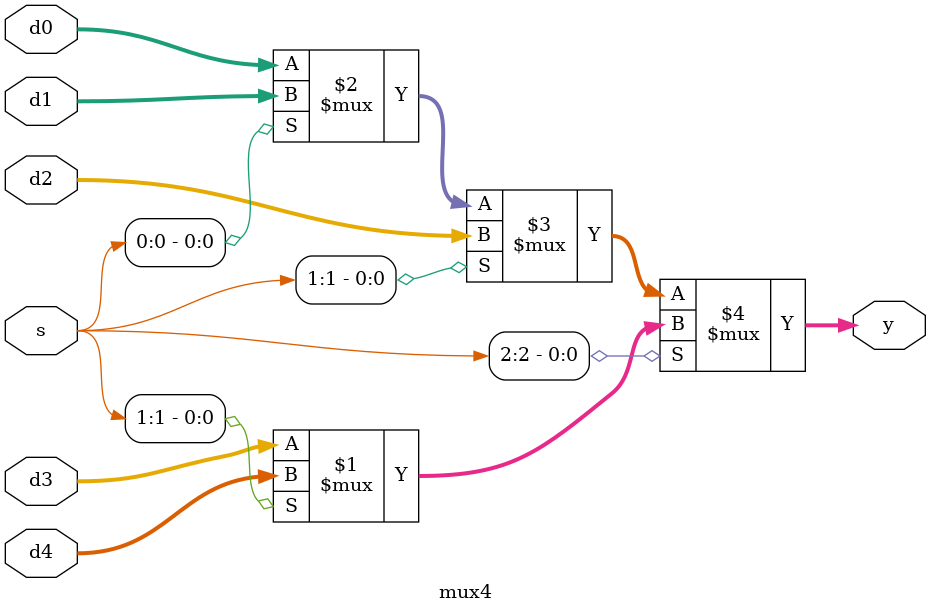
<source format=sv>
`timescale 1ns / 1ps


module mux4 #(parameter W = 8) (
    input [2 : 0] s,
    input [W - 1: 0] d0, d1, d2, d3, d4,
    output [W - 1: 0] y
    );
    assign #1 y = s[2] ? (s[1] ? d4 : d3) : (s[1] ? d2 : (s[0] ? d1 : d0));
endmodule

</source>
